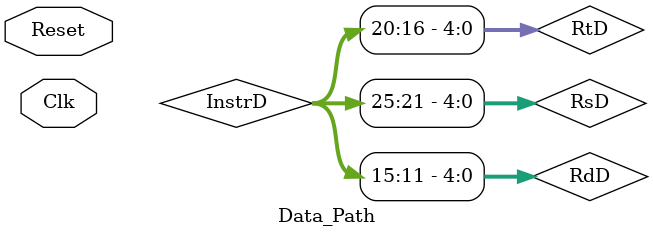
<source format=v>
`timescale 1ns / 1ps
module Data_Path(Clk,Reset);
input Clk;
input Reset;

wire [31:0] Next_PC;

reg [31:0] PCF;
wire [31:0] PCPlus4F;
wire [31:0] InstrF;
wire StallF;

reg [31:0] InstrD;
reg [31:0] PCPlus4D;
wire RegWriteD;
wire MemtoRegD;
wire MemWriteD;
wire [2:0] ALUControlD;
wire ALUSrcD;
wire RegDstD;
wire BranchD;
wire BeqOrBneD;
wire SignZeroD;
wire [31:0] RD1D;
wire [31:0] RD2D;
wire [4:0] RsD;
wire [4:0] RtD;
wire [4:0] RdD;
wire [31:0] SignlmmD;
wire StallD;

reg RegWriteE;
reg MemtoRegE;
reg MemWriteE;
reg [2:0] ALUControlE;
reg ALUSrcE;
reg RegDstE;
reg BranchE;
reg BeqOrBneE;
reg [31:0] RD1E;
reg [31:0] RD2E;
reg [4:0] RsE;
reg [4:0] RtE;
reg [4:0] RdE;
reg [31:0] SignlmmE;
reg [31:0] PCPlus4E;
wire [31:0] SrcAE;
wire [31:0] SrcBE;
wire ZeroE;
wire PCSrcE;
wire [31:0] ALUOutE;
wire [31:0] WriteDataE;
wire [4:0] WriteRegE;
wire [31:0] PCBranchE;
wire FlushE;
wire [1:0] ForwardAE;
wire [1:0] ForwardBE;

reg RegWriteM;
reg MemtoRegM;
reg MemWriteM;
reg [31:0] ALUOutM;
reg [31:0] WriteDataM;
reg [4:0] WriteRegM;
wire [31:0] ReadDataM;

reg RegWriteW;
reg MemtoRegW;
reg [31:0] ReadDataW;
reg [31:0] ALUOutW;
reg [4:0] WriteRegW;
wire [31:0] ResultW;

initial
begin
	PCF <= 0;
	InstrD <= 0;
	PCPlus4D <= 0;
	RegWriteE <= 0;
	MemtoRegE <= 0;
	MemWriteE <= 0;
	ALUControlE <= 0;
	ALUSrcE <= 0;
	RegDstE <= 0;
	BranchE <= 0;
	BeqOrBneE <= 0;
	RD1E <= 0;
	RD2E <= 0;
	RsE <= 0;
	RtE <= 0;
	RdE <= 0;
	SignlmmE <= 0;
	PCPlus4E <= 0;
	RegWriteM <= 0;
	MemtoRegM <= 0;
	MemWriteM <= 0;
	ALUOutM <= 0;
	WriteDataM <= 0;
	WriteRegM <= 0;
	RegWriteW <= 0;
	MemtoRegW <= 0;
	ReadDataW <= 0;
	ALUOutW <= 0;
	WriteRegW <= 0;
end

assign Next_PC = (PCSrcE) ? (PCBranchE) : (PCPlus4F);
assign PCPlus4F = PCF + 4;
assign RsD = InstrD[25:21];
assign RtD = InstrD[20:16];
assign RdD = InstrD[15:11];
assign SignlmmD = (SignZeroD) ? {{16{InstrD[15]}},InstrD[15:0]} : {16'b0,InstrD[15:0]};
assign SrcAE = ((ForwardAE == 2'b00) ? (RD1E) : ((ForwardAE == 2'b01) ? (ResultW) : ((ForwardAE == 2'b10) ? (ALUOutM) : 32'b0)));
assign SrcBE = ((ALUSrcE) ? (SignlmmE) : ((ForwardBE == 2'b00) ? (RD2E) : ((ForwardBE == 2'b01) ? (ResultW) : ((ForwardBE == 2'b10) ? (ALUOutM) : 32'b0))));
assign PCSrcE = (BranchE && ((ZeroE && BeqOrBneE) ||(!ZeroE && !BeqOrBneE)));
assign WriteDataE = ((ForwardBE == 2'b00) ? (RD2E) : ((ForwardBE == 2'b01) ? (ResultW) : ((ForwardBE == 2'b10) ? (ALUOutM) : 32'b0)));
assign WriteRegE = ((RegDstE) ? (RdE) : (RtE));
assign PCBranchE = ({SignlmmE[29:0],2'b00} + PCPlus4E);
assign ResultW = (MemtoRegW) ? (ReadDataW) : (ALUOutW);

always @(posedge Clk)
begin
	if(Reset == 1)
		PCF <= 0;
	else if(StallF)
		PCF <= PCF;
	else 
		PCF <= Next_PC;
	
	if(PCSrcE || Reset == 1)
		begin
			InstrD <= 0;
			PCPlus4D <= 0;
		end
	else if(StallD)
		begin
			InstrD <= InstrD;
			PCPlus4D <= PCPlus4D;
		end
	else
		begin
			InstrD <= InstrF;
			PCPlus4D <= PCPlus4F;
		end
	
	if(FlushE || PCSrcE || Reset == 1)
		begin
			RegWriteE <= 0;
			MemtoRegE <= 0;
			MemWriteE <= 0;
			ALUControlE <= 0;
			ALUSrcE <= 0;
			RegDstE <= 0;
			BranchE <= 0;
			BeqOrBneE <= 0;
			RD1E <= 0;
			RD2E <= 0;
			RsE <= 0;
			RtE <= 0;
			RdE <= 0;
			SignlmmE <= 0;
			PCPlus4E <= 0;
		end
	else
		begin
			RegWriteE <= RegWriteD;
			MemtoRegE <= MemtoRegD;
			MemWriteE <= MemWriteD;
			ALUControlE <= ALUControlD;
			ALUSrcE <= ALUSrcD;
			RegDstE <= RegDstD;
			BranchE <= BranchD;
			BeqOrBneE <= BeqOrBneD;
			RD1E <= RD1D;
			RD2E <= RD2D;
			RsE <= RsD;
			RtE <= RtD;
			RdE <= RdD;
			SignlmmE <= SignlmmD;
			PCPlus4E <= PCPlus4D;
		end
		
	if(Reset == 1)
		begin
			RegWriteM <= 0;
			MemtoRegM <= 0;
			MemWriteM <= 0;
			ALUOutM <= 0;
			WriteDataM <= 0;
			WriteRegM <= 0;
		end
	else
		begin
			RegWriteM <= RegWriteE;
			MemtoRegM <= MemtoRegE;
			MemWriteM <= MemWriteE;
			ALUOutM <= ALUOutE;
			WriteDataM <= WriteDataE;
			WriteRegM <= WriteRegE;
		end

	if(Reset == 1)
		begin
			RegWriteW <= 0;
			MemtoRegW <= 0;
			ReadDataW <= 0;
			ALUOutW <= 0;
			WriteRegW <= 0;
		end
	else
		begin
			RegWriteW <= RegWriteM;
			MemtoRegW <= MemtoRegM;
			ReadDataW <= ReadDataM;
			ALUOutW <= ALUOutM;
			WriteRegW <= WriteRegM;
		end
end

Instruction_Memory Instruction_Memory_Instantiation(PCF,InstrF);
Register_File Register_File_Instantiation(Clk,RegWriteW,InstrD[25:21],InstrD[20:16],WriteRegW,ResultW,RD1D,RD2D);
ALU ALU_Instantiation(SrcAE,SrcBE,ALUControlE,ALUOutE,ZeroE);
Data_Memory Data_Memory_Instantiation(Clk,MemWriteM,ALUOutM,WriteDataM,ReadDataM);
Control_Unit Control_Unit_Instantiation(InstrD[31:26],InstrD[5:0],RegWriteD,MemtoRegD,MemWriteD,ALUControlD,ALUSrcD,RegDstD,BranchD,BeqOrBneD,SignZeroD);
Hazard_Unit Hazard_Unit_Instantiation(RsD,RtD,RsE,RtE,MemtoRegE,WriteRegM,RegWriteM,WriteRegW,RegWriteW,StallF,StallD,FlushE,ForwardAE,ForwardBE);
endmodule

</source>
